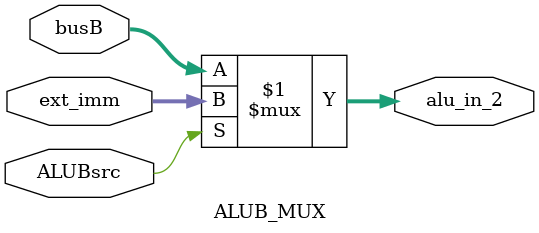
<source format=v>
`timescale 1ns / 1ps


module  ALUB_MUX(
    input             ALUBsrc  ,
    input     [31:0]  busB     ,
    input     [31:0]  ext_imm  ,

    output    [31:0]  alu_in_2     
    );

    assign  alu_in_2 = ALUBsrc ? ext_imm : busB; //1：ext_imm，0：busB

endmodule

</source>
